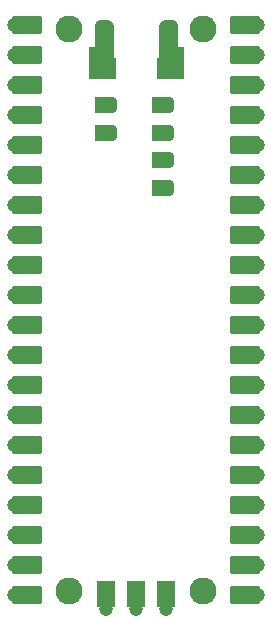
<source format=gbr>
%TF.GenerationSoftware,KiCad,Pcbnew,7.0.8*%
%TF.CreationDate,2024-02-29T17:44:05+05:30*%
%TF.ProjectId,RP2040_Breakout,52503230-3430-45f4-9272-65616b6f7574,rev?*%
%TF.SameCoordinates,Original*%
%TF.FileFunction,Soldermask,Bot*%
%TF.FilePolarity,Negative*%
%FSLAX46Y46*%
G04 Gerber Fmt 4.6, Leading zero omitted, Abs format (unit mm)*
G04 Created by KiCad (PCBNEW 7.0.8) date 2024-02-29 17:44:05*
%MOMM*%
%LPD*%
G01*
G04 APERTURE LIST*
G04 Aperture macros list*
%AMFreePoly0*
4,1,45,0.665063,0.965106,0.680902,0.965106,0.693715,0.955796,0.708779,0.950902,0.718088,0.938088,0.730902,0.928779,0.735796,0.913715,0.745106,0.900902,0.745106,0.885062,0.750000,0.870000,0.750000,-1.195000,0.745106,-1.210062,0.745106,-1.225902,0.735796,-1.238715,0.730902,-1.253779,0.718088,-1.263088,0.708779,-1.275902,0.693715,-1.280796,0.680902,-1.290106,0.665063,-1.290106,
0.650000,-1.295000,-0.660000,-1.295000,-0.675063,-1.290106,-0.690902,-1.290106,-0.703715,-1.280796,-0.718779,-1.275902,-0.728088,-1.263088,-0.740902,-1.253779,-0.745796,-1.238715,-0.755106,-1.225902,-0.755106,-1.210062,-0.760000,-1.195000,-0.760000,0.870000,-0.755106,0.885062,-0.755106,0.900902,-0.745796,0.913715,-0.740902,0.928779,-0.728088,0.938088,-0.718779,0.950902,-0.703715,0.955796,
-0.690902,0.965106,-0.675063,0.965106,-0.660000,0.970000,0.650000,0.970000,0.665063,0.965106,0.665063,0.965106,$1*%
%AMFreePoly1*
4,1,45,0.815063,0.770106,0.830902,0.770106,0.843715,0.760796,0.858779,0.755902,0.868088,0.743088,0.880902,0.733779,0.885796,0.718715,0.895106,0.705902,0.895106,0.690062,0.900000,0.675000,0.900000,-0.675000,0.895106,-0.690062,0.895106,-0.705902,0.885796,-0.718715,0.880902,-0.733779,0.868088,-0.743088,0.858779,-0.755902,0.843715,-0.760796,0.830902,-0.770106,0.815063,-0.770106,
0.800000,-0.775000,-1.470000,-0.775000,-1.485063,-0.770106,-1.500902,-0.770106,-1.513715,-0.760796,-1.528779,-0.755902,-1.538088,-0.743088,-1.550902,-0.733779,-1.555796,-0.718715,-1.565106,-0.705902,-1.565106,-0.690062,-1.570000,-0.675000,-1.570000,0.675000,-1.565106,0.690062,-1.565106,0.705902,-1.555796,0.718715,-1.550902,0.733779,-1.538088,0.743088,-1.528779,0.755902,-1.513715,0.760796,
-1.500902,0.770106,-1.485063,0.770106,-1.470000,0.775000,0.800000,0.775000,0.815063,0.770106,0.815063,0.770106,$1*%
%AMFreePoly2*
4,1,35,0.865063,0.670106,0.880902,0.670106,0.893715,0.660796,0.908779,0.655902,0.918088,0.643088,0.930902,0.633779,0.935796,0.618715,0.945106,0.605902,0.945106,0.590062,0.950000,0.575000,0.950000,-0.575000,0.945106,-0.590062,0.945106,-0.605902,0.935796,-0.618715,0.930902,-0.633779,0.918088,-0.643088,0.908779,-0.655902,0.893715,-0.660796,0.880902,-0.670106,0.865063,-0.670106,
0.850000,-0.675000,-0.562500,-0.675000,-0.649851,-0.663500,-0.756082,-0.613964,-0.838964,-0.531082,-0.888500,-0.424851,-0.900000,-0.337500,-0.900000,0.337500,-0.888500,0.424851,-0.838964,0.531082,-0.756082,0.613964,-0.649851,0.663500,-0.562500,0.675000,0.850000,0.675000,0.865063,0.670106,0.865063,0.670106,$1*%
G04 Aperture macros list end*
%ADD10C,0.010000*%
%ADD11C,0.200000*%
%ADD12C,2.286000*%
%ADD13FreePoly0,0.000000*%
%ADD14C,1.200000*%
%ADD15FreePoly1,0.000000*%
%ADD16FreePoly1,180.000000*%
%ADD17FreePoly2,180.000000*%
G04 APERTURE END LIST*
%TO.C,J1*%
D10*
X141130000Y-80930000D02*
X138930000Y-80930000D01*
X138930000Y-79210000D01*
X141130000Y-79210000D01*
X141130000Y-80930000D01*
G36*
X141130000Y-80930000D02*
G01*
X138930000Y-80930000D01*
X138930000Y-79210000D01*
X141130000Y-79210000D01*
X141130000Y-80930000D01*
G37*
X135330000Y-80930000D02*
X133130000Y-80930000D01*
X133130000Y-79210000D01*
X135330000Y-79210000D01*
X135330000Y-80930000D01*
G36*
X135330000Y-80930000D02*
G01*
X133130000Y-80930000D01*
X133130000Y-79210000D01*
X135330000Y-79210000D01*
X135330000Y-80930000D01*
G37*
X140131000Y-76011000D02*
X140157000Y-76013000D01*
X140183000Y-76016000D01*
X140209000Y-76021000D01*
X140234000Y-76027000D01*
X140260000Y-76034000D01*
X140284000Y-76043000D01*
X140308000Y-76053000D01*
X140332000Y-76064000D01*
X140355000Y-76077000D01*
X140377000Y-76091000D01*
X140399000Y-76105000D01*
X140420000Y-76121000D01*
X140440000Y-76138000D01*
X140459000Y-76156000D01*
X140477000Y-76175000D01*
X140494000Y-76195000D01*
X140510000Y-76216000D01*
X140524000Y-76238000D01*
X140538000Y-76260000D01*
X140551000Y-76283000D01*
X140562000Y-76307000D01*
X140572000Y-76331000D01*
X140581000Y-76355000D01*
X140588000Y-76381000D01*
X140594000Y-76406000D01*
X140599000Y-76432000D01*
X140602000Y-76458000D01*
X140604000Y-76484000D01*
X140605000Y-76510000D01*
X140605000Y-78260000D01*
X141130000Y-78260000D01*
X141130000Y-79160000D01*
X139105000Y-79160000D01*
X139105000Y-76510000D01*
X139106000Y-76484000D01*
X139108000Y-76458000D01*
X139111000Y-76432000D01*
X139116000Y-76406000D01*
X139122000Y-76381000D01*
X139129000Y-76355000D01*
X139138000Y-76331000D01*
X139148000Y-76307000D01*
X139159000Y-76283000D01*
X139172000Y-76260000D01*
X139186000Y-76238000D01*
X139200000Y-76216000D01*
X139216000Y-76195000D01*
X139233000Y-76175000D01*
X139251000Y-76156000D01*
X139270000Y-76138000D01*
X139290000Y-76121000D01*
X139311000Y-76105000D01*
X139333000Y-76091000D01*
X139355000Y-76077000D01*
X139378000Y-76064000D01*
X139402000Y-76053000D01*
X139426000Y-76043000D01*
X139450000Y-76034000D01*
X139476000Y-76027000D01*
X139501000Y-76021000D01*
X139527000Y-76016000D01*
X139553000Y-76013000D01*
X139579000Y-76011000D01*
X139605000Y-76010000D01*
X140105000Y-76010000D01*
X140131000Y-76011000D01*
G36*
X140131000Y-76011000D02*
G01*
X140157000Y-76013000D01*
X140183000Y-76016000D01*
X140209000Y-76021000D01*
X140234000Y-76027000D01*
X140260000Y-76034000D01*
X140284000Y-76043000D01*
X140308000Y-76053000D01*
X140332000Y-76064000D01*
X140355000Y-76077000D01*
X140377000Y-76091000D01*
X140399000Y-76105000D01*
X140420000Y-76121000D01*
X140440000Y-76138000D01*
X140459000Y-76156000D01*
X140477000Y-76175000D01*
X140494000Y-76195000D01*
X140510000Y-76216000D01*
X140524000Y-76238000D01*
X140538000Y-76260000D01*
X140551000Y-76283000D01*
X140562000Y-76307000D01*
X140572000Y-76331000D01*
X140581000Y-76355000D01*
X140588000Y-76381000D01*
X140594000Y-76406000D01*
X140599000Y-76432000D01*
X140602000Y-76458000D01*
X140604000Y-76484000D01*
X140605000Y-76510000D01*
X140605000Y-78260000D01*
X141130000Y-78260000D01*
X141130000Y-79160000D01*
X139105000Y-79160000D01*
X139105000Y-76510000D01*
X139106000Y-76484000D01*
X139108000Y-76458000D01*
X139111000Y-76432000D01*
X139116000Y-76406000D01*
X139122000Y-76381000D01*
X139129000Y-76355000D01*
X139138000Y-76331000D01*
X139148000Y-76307000D01*
X139159000Y-76283000D01*
X139172000Y-76260000D01*
X139186000Y-76238000D01*
X139200000Y-76216000D01*
X139216000Y-76195000D01*
X139233000Y-76175000D01*
X139251000Y-76156000D01*
X139270000Y-76138000D01*
X139290000Y-76121000D01*
X139311000Y-76105000D01*
X139333000Y-76091000D01*
X139355000Y-76077000D01*
X139378000Y-76064000D01*
X139402000Y-76053000D01*
X139426000Y-76043000D01*
X139450000Y-76034000D01*
X139476000Y-76027000D01*
X139501000Y-76021000D01*
X139527000Y-76016000D01*
X139553000Y-76013000D01*
X139579000Y-76011000D01*
X139605000Y-76010000D01*
X140105000Y-76010000D01*
X140131000Y-76011000D01*
G37*
X134681000Y-76011000D02*
X134707000Y-76013000D01*
X134733000Y-76016000D01*
X134759000Y-76021000D01*
X134784000Y-76027000D01*
X134810000Y-76034000D01*
X134834000Y-76043000D01*
X134858000Y-76053000D01*
X134882000Y-76064000D01*
X134905000Y-76077000D01*
X134927000Y-76091000D01*
X134949000Y-76105000D01*
X134970000Y-76121000D01*
X134990000Y-76138000D01*
X135009000Y-76156000D01*
X135027000Y-76175000D01*
X135044000Y-76195000D01*
X135060000Y-76216000D01*
X135074000Y-76238000D01*
X135088000Y-76260000D01*
X135101000Y-76283000D01*
X135112000Y-76307000D01*
X135122000Y-76331000D01*
X135131000Y-76355000D01*
X135138000Y-76381000D01*
X135144000Y-76406000D01*
X135149000Y-76432000D01*
X135152000Y-76458000D01*
X135154000Y-76484000D01*
X135155000Y-76510000D01*
X135155000Y-79160000D01*
X133130000Y-79160000D01*
X133130000Y-78260000D01*
X133655000Y-78260000D01*
X133655000Y-76510000D01*
X133656000Y-76484000D01*
X133658000Y-76458000D01*
X133661000Y-76432000D01*
X133666000Y-76406000D01*
X133672000Y-76381000D01*
X133679000Y-76355000D01*
X133688000Y-76331000D01*
X133698000Y-76307000D01*
X133709000Y-76283000D01*
X133722000Y-76260000D01*
X133736000Y-76238000D01*
X133750000Y-76216000D01*
X133766000Y-76195000D01*
X133783000Y-76175000D01*
X133801000Y-76156000D01*
X133820000Y-76138000D01*
X133840000Y-76121000D01*
X133861000Y-76105000D01*
X133883000Y-76091000D01*
X133905000Y-76077000D01*
X133928000Y-76064000D01*
X133952000Y-76053000D01*
X133976000Y-76043000D01*
X134000000Y-76034000D01*
X134026000Y-76027000D01*
X134051000Y-76021000D01*
X134077000Y-76016000D01*
X134103000Y-76013000D01*
X134129000Y-76011000D01*
X134155000Y-76010000D01*
X134655000Y-76010000D01*
X134681000Y-76011000D01*
G36*
X134681000Y-76011000D02*
G01*
X134707000Y-76013000D01*
X134733000Y-76016000D01*
X134759000Y-76021000D01*
X134784000Y-76027000D01*
X134810000Y-76034000D01*
X134834000Y-76043000D01*
X134858000Y-76053000D01*
X134882000Y-76064000D01*
X134905000Y-76077000D01*
X134927000Y-76091000D01*
X134949000Y-76105000D01*
X134970000Y-76121000D01*
X134990000Y-76138000D01*
X135009000Y-76156000D01*
X135027000Y-76175000D01*
X135044000Y-76195000D01*
X135060000Y-76216000D01*
X135074000Y-76238000D01*
X135088000Y-76260000D01*
X135101000Y-76283000D01*
X135112000Y-76307000D01*
X135122000Y-76331000D01*
X135131000Y-76355000D01*
X135138000Y-76381000D01*
X135144000Y-76406000D01*
X135149000Y-76432000D01*
X135152000Y-76458000D01*
X135154000Y-76484000D01*
X135155000Y-76510000D01*
X135155000Y-79160000D01*
X133130000Y-79160000D01*
X133130000Y-78260000D01*
X133655000Y-78260000D01*
X133655000Y-76510000D01*
X133656000Y-76484000D01*
X133658000Y-76458000D01*
X133661000Y-76432000D01*
X133666000Y-76406000D01*
X133672000Y-76381000D01*
X133679000Y-76355000D01*
X133688000Y-76331000D01*
X133698000Y-76307000D01*
X133709000Y-76283000D01*
X133722000Y-76260000D01*
X133736000Y-76238000D01*
X133750000Y-76216000D01*
X133766000Y-76195000D01*
X133783000Y-76175000D01*
X133801000Y-76156000D01*
X133820000Y-76138000D01*
X133840000Y-76121000D01*
X133861000Y-76105000D01*
X133883000Y-76091000D01*
X133905000Y-76077000D01*
X133928000Y-76064000D01*
X133952000Y-76053000D01*
X133976000Y-76043000D01*
X134000000Y-76034000D01*
X134026000Y-76027000D01*
X134051000Y-76021000D01*
X134077000Y-76016000D01*
X134103000Y-76013000D01*
X134129000Y-76011000D01*
X134155000Y-76010000D01*
X134655000Y-76010000D01*
X134681000Y-76011000D01*
G37*
D11*
%TO.C,J2*%
X126815000Y-78260000D02*
X129015000Y-78260000D01*
X129015000Y-78260000D02*
X129015000Y-79610000D01*
X129015000Y-79610000D02*
X126815000Y-79610000D01*
X126815000Y-79610000D02*
X126815000Y-78260000D01*
G36*
X126815000Y-78260000D02*
G01*
X129015000Y-78260000D01*
X129015000Y-79610000D01*
X126815000Y-79610000D01*
X126815000Y-78260000D01*
G37*
X126835000Y-75720000D02*
X129035000Y-75720000D01*
X129035000Y-75720000D02*
X129035000Y-77070000D01*
X129035000Y-77070000D02*
X126835000Y-77070000D01*
X126835000Y-77070000D02*
X126835000Y-75720000D01*
G36*
X126835000Y-75720000D02*
G01*
X129035000Y-75720000D01*
X129035000Y-77070000D01*
X126835000Y-77070000D01*
X126835000Y-75720000D01*
G37*
X126835000Y-80800000D02*
X129035000Y-80800000D01*
X129035000Y-80800000D02*
X129035000Y-82150000D01*
X129035000Y-82150000D02*
X126835000Y-82150000D01*
X126835000Y-82150000D02*
X126835000Y-80800000D01*
G36*
X126835000Y-80800000D02*
G01*
X129035000Y-80800000D01*
X129035000Y-82150000D01*
X126835000Y-82150000D01*
X126835000Y-80800000D01*
G37*
X126835000Y-83340000D02*
X129035000Y-83340000D01*
X129035000Y-83340000D02*
X129035000Y-84690000D01*
X129035000Y-84690000D02*
X126835000Y-84690000D01*
X126835000Y-84690000D02*
X126835000Y-83340000D01*
G36*
X126835000Y-83340000D02*
G01*
X129035000Y-83340000D01*
X129035000Y-84690000D01*
X126835000Y-84690000D01*
X126835000Y-83340000D01*
G37*
X126835000Y-85880000D02*
X129035000Y-85880000D01*
X129035000Y-85880000D02*
X129035000Y-87230000D01*
X129035000Y-87230000D02*
X126835000Y-87230000D01*
X126835000Y-87230000D02*
X126835000Y-85880000D01*
G36*
X126835000Y-85880000D02*
G01*
X129035000Y-85880000D01*
X129035000Y-87230000D01*
X126835000Y-87230000D01*
X126835000Y-85880000D01*
G37*
X126835000Y-88420000D02*
X129035000Y-88420000D01*
X129035000Y-88420000D02*
X129035000Y-89770000D01*
X129035000Y-89770000D02*
X126835000Y-89770000D01*
X126835000Y-89770000D02*
X126835000Y-88420000D01*
G36*
X126835000Y-88420000D02*
G01*
X129035000Y-88420000D01*
X129035000Y-89770000D01*
X126835000Y-89770000D01*
X126835000Y-88420000D01*
G37*
X126835000Y-90960000D02*
X129035000Y-90960000D01*
X129035000Y-90960000D02*
X129035000Y-92310000D01*
X129035000Y-92310000D02*
X126835000Y-92310000D01*
X126835000Y-92310000D02*
X126835000Y-90960000D01*
G36*
X126835000Y-90960000D02*
G01*
X129035000Y-90960000D01*
X129035000Y-92310000D01*
X126835000Y-92310000D01*
X126835000Y-90960000D01*
G37*
X126835000Y-93500000D02*
X129035000Y-93500000D01*
X129035000Y-93500000D02*
X129035000Y-94850000D01*
X129035000Y-94850000D02*
X126835000Y-94850000D01*
X126835000Y-94850000D02*
X126835000Y-93500000D01*
G36*
X126835000Y-93500000D02*
G01*
X129035000Y-93500000D01*
X129035000Y-94850000D01*
X126835000Y-94850000D01*
X126835000Y-93500000D01*
G37*
X126835000Y-96040000D02*
X129035000Y-96040000D01*
X129035000Y-96040000D02*
X129035000Y-97390000D01*
X129035000Y-97390000D02*
X126835000Y-97390000D01*
X126835000Y-97390000D02*
X126835000Y-96040000D01*
G36*
X126835000Y-96040000D02*
G01*
X129035000Y-96040000D01*
X129035000Y-97390000D01*
X126835000Y-97390000D01*
X126835000Y-96040000D01*
G37*
X126835000Y-98580000D02*
X129035000Y-98580000D01*
X129035000Y-98580000D02*
X129035000Y-99930000D01*
X129035000Y-99930000D02*
X126835000Y-99930000D01*
X126835000Y-99930000D02*
X126835000Y-98580000D01*
G36*
X126835000Y-98580000D02*
G01*
X129035000Y-98580000D01*
X129035000Y-99930000D01*
X126835000Y-99930000D01*
X126835000Y-98580000D01*
G37*
X126835000Y-101120000D02*
X129035000Y-101120000D01*
X129035000Y-101120000D02*
X129035000Y-102470000D01*
X129035000Y-102470000D02*
X126835000Y-102470000D01*
X126835000Y-102470000D02*
X126835000Y-101120000D01*
G36*
X126835000Y-101120000D02*
G01*
X129035000Y-101120000D01*
X129035000Y-102470000D01*
X126835000Y-102470000D01*
X126835000Y-101120000D01*
G37*
X126835000Y-103660000D02*
X129035000Y-103660000D01*
X129035000Y-103660000D02*
X129035000Y-105010000D01*
X129035000Y-105010000D02*
X126835000Y-105010000D01*
X126835000Y-105010000D02*
X126835000Y-103660000D01*
G36*
X126835000Y-103660000D02*
G01*
X129035000Y-103660000D01*
X129035000Y-105010000D01*
X126835000Y-105010000D01*
X126835000Y-103660000D01*
G37*
X126835000Y-106200000D02*
X129035000Y-106200000D01*
X129035000Y-106200000D02*
X129035000Y-107550000D01*
X129035000Y-107550000D02*
X126835000Y-107550000D01*
X126835000Y-107550000D02*
X126835000Y-106200000D01*
G36*
X126835000Y-106200000D02*
G01*
X129035000Y-106200000D01*
X129035000Y-107550000D01*
X126835000Y-107550000D01*
X126835000Y-106200000D01*
G37*
X126835000Y-108740000D02*
X129035000Y-108740000D01*
X129035000Y-108740000D02*
X129035000Y-110090000D01*
X129035000Y-110090000D02*
X126835000Y-110090000D01*
X126835000Y-110090000D02*
X126835000Y-108740000D01*
G36*
X126835000Y-108740000D02*
G01*
X129035000Y-108740000D01*
X129035000Y-110090000D01*
X126835000Y-110090000D01*
X126835000Y-108740000D01*
G37*
X126835000Y-111280000D02*
X129035000Y-111280000D01*
X129035000Y-111280000D02*
X129035000Y-112630000D01*
X129035000Y-112630000D02*
X126835000Y-112630000D01*
X126835000Y-112630000D02*
X126835000Y-111280000D01*
G36*
X126835000Y-111280000D02*
G01*
X129035000Y-111280000D01*
X129035000Y-112630000D01*
X126835000Y-112630000D01*
X126835000Y-111280000D01*
G37*
X126835000Y-113820000D02*
X129035000Y-113820000D01*
X129035000Y-113820000D02*
X129035000Y-115170000D01*
X129035000Y-115170000D02*
X126835000Y-115170000D01*
X126835000Y-115170000D02*
X126835000Y-113820000D01*
G36*
X126835000Y-113820000D02*
G01*
X129035000Y-113820000D01*
X129035000Y-115170000D01*
X126835000Y-115170000D01*
X126835000Y-113820000D01*
G37*
X126835000Y-116360000D02*
X129035000Y-116360000D01*
X129035000Y-116360000D02*
X129035000Y-117710000D01*
X129035000Y-117710000D02*
X126835000Y-117710000D01*
X126835000Y-117710000D02*
X126835000Y-116360000D01*
G36*
X126835000Y-116360000D02*
G01*
X129035000Y-116360000D01*
X129035000Y-117710000D01*
X126835000Y-117710000D01*
X126835000Y-116360000D01*
G37*
X126835000Y-118900000D02*
X129035000Y-118900000D01*
X129035000Y-118900000D02*
X129035000Y-120250000D01*
X129035000Y-120250000D02*
X126835000Y-120250000D01*
X126835000Y-120250000D02*
X126835000Y-118900000D01*
G36*
X126835000Y-118900000D02*
G01*
X129035000Y-118900000D01*
X129035000Y-120250000D01*
X126835000Y-120250000D01*
X126835000Y-118900000D01*
G37*
X126835000Y-121440000D02*
X129035000Y-121440000D01*
X129035000Y-121440000D02*
X129035000Y-122790000D01*
X129035000Y-122790000D02*
X126835000Y-122790000D01*
X126835000Y-122790000D02*
X126835000Y-121440000D01*
G36*
X126835000Y-121440000D02*
G01*
X129035000Y-121440000D01*
X129035000Y-122790000D01*
X126835000Y-122790000D01*
X126835000Y-121440000D01*
G37*
X126835000Y-123980000D02*
X129035000Y-123980000D01*
X129035000Y-123980000D02*
X129035000Y-125330000D01*
X129035000Y-125330000D02*
X126835000Y-125330000D01*
X126835000Y-125330000D02*
X126835000Y-123980000D01*
G36*
X126835000Y-123980000D02*
G01*
X129035000Y-123980000D01*
X129035000Y-125330000D01*
X126835000Y-125330000D01*
X126835000Y-123980000D01*
G37*
X147425000Y-77060000D02*
X145225000Y-77060000D01*
X145225000Y-77060000D02*
X145225000Y-75710000D01*
X145225000Y-75710000D02*
X147425000Y-75710000D01*
X147425000Y-75710000D02*
X147425000Y-77060000D01*
G36*
X147425000Y-77060000D02*
G01*
X145225000Y-77060000D01*
X145225000Y-75710000D01*
X147425000Y-75710000D01*
X147425000Y-77060000D01*
G37*
X147425000Y-79600000D02*
X145225000Y-79600000D01*
X145225000Y-79600000D02*
X145225000Y-78250000D01*
X145225000Y-78250000D02*
X147425000Y-78250000D01*
X147425000Y-78250000D02*
X147425000Y-79600000D01*
G36*
X147425000Y-79600000D02*
G01*
X145225000Y-79600000D01*
X145225000Y-78250000D01*
X147425000Y-78250000D01*
X147425000Y-79600000D01*
G37*
X147425000Y-82140000D02*
X145225000Y-82140000D01*
X145225000Y-82140000D02*
X145225000Y-80790000D01*
X145225000Y-80790000D02*
X147425000Y-80790000D01*
X147425000Y-80790000D02*
X147425000Y-82140000D01*
G36*
X147425000Y-82140000D02*
G01*
X145225000Y-82140000D01*
X145225000Y-80790000D01*
X147425000Y-80790000D01*
X147425000Y-82140000D01*
G37*
X147425000Y-84680000D02*
X145225000Y-84680000D01*
X145225000Y-84680000D02*
X145225000Y-83330000D01*
X145225000Y-83330000D02*
X147425000Y-83330000D01*
X147425000Y-83330000D02*
X147425000Y-84680000D01*
G36*
X147425000Y-84680000D02*
G01*
X145225000Y-84680000D01*
X145225000Y-83330000D01*
X147425000Y-83330000D01*
X147425000Y-84680000D01*
G37*
X147425000Y-87220000D02*
X145225000Y-87220000D01*
X145225000Y-87220000D02*
X145225000Y-85870000D01*
X145225000Y-85870000D02*
X147425000Y-85870000D01*
X147425000Y-85870000D02*
X147425000Y-87220000D01*
G36*
X147425000Y-87220000D02*
G01*
X145225000Y-87220000D01*
X145225000Y-85870000D01*
X147425000Y-85870000D01*
X147425000Y-87220000D01*
G37*
X147425000Y-89760000D02*
X145225000Y-89760000D01*
X145225000Y-89760000D02*
X145225000Y-88410000D01*
X145225000Y-88410000D02*
X147425000Y-88410000D01*
X147425000Y-88410000D02*
X147425000Y-89760000D01*
G36*
X147425000Y-89760000D02*
G01*
X145225000Y-89760000D01*
X145225000Y-88410000D01*
X147425000Y-88410000D01*
X147425000Y-89760000D01*
G37*
X147425000Y-92300000D02*
X145225000Y-92300000D01*
X145225000Y-92300000D02*
X145225000Y-90950000D01*
X145225000Y-90950000D02*
X147425000Y-90950000D01*
X147425000Y-90950000D02*
X147425000Y-92300000D01*
G36*
X147425000Y-92300000D02*
G01*
X145225000Y-92300000D01*
X145225000Y-90950000D01*
X147425000Y-90950000D01*
X147425000Y-92300000D01*
G37*
X147425000Y-94840000D02*
X145225000Y-94840000D01*
X145225000Y-94840000D02*
X145225000Y-93490000D01*
X145225000Y-93490000D02*
X147425000Y-93490000D01*
X147425000Y-93490000D02*
X147425000Y-94840000D01*
G36*
X147425000Y-94840000D02*
G01*
X145225000Y-94840000D01*
X145225000Y-93490000D01*
X147425000Y-93490000D01*
X147425000Y-94840000D01*
G37*
X147425000Y-97380000D02*
X145225000Y-97380000D01*
X145225000Y-97380000D02*
X145225000Y-96030000D01*
X145225000Y-96030000D02*
X147425000Y-96030000D01*
X147425000Y-96030000D02*
X147425000Y-97380000D01*
G36*
X147425000Y-97380000D02*
G01*
X145225000Y-97380000D01*
X145225000Y-96030000D01*
X147425000Y-96030000D01*
X147425000Y-97380000D01*
G37*
X147425000Y-99920000D02*
X145225000Y-99920000D01*
X145225000Y-99920000D02*
X145225000Y-98570000D01*
X145225000Y-98570000D02*
X147425000Y-98570000D01*
X147425000Y-98570000D02*
X147425000Y-99920000D01*
G36*
X147425000Y-99920000D02*
G01*
X145225000Y-99920000D01*
X145225000Y-98570000D01*
X147425000Y-98570000D01*
X147425000Y-99920000D01*
G37*
X147425000Y-102460000D02*
X145225000Y-102460000D01*
X145225000Y-102460000D02*
X145225000Y-101110000D01*
X145225000Y-101110000D02*
X147425000Y-101110000D01*
X147425000Y-101110000D02*
X147425000Y-102460000D01*
G36*
X147425000Y-102460000D02*
G01*
X145225000Y-102460000D01*
X145225000Y-101110000D01*
X147425000Y-101110000D01*
X147425000Y-102460000D01*
G37*
X147425000Y-105000000D02*
X145225000Y-105000000D01*
X145225000Y-105000000D02*
X145225000Y-103650000D01*
X145225000Y-103650000D02*
X147425000Y-103650000D01*
X147425000Y-103650000D02*
X147425000Y-105000000D01*
G36*
X147425000Y-105000000D02*
G01*
X145225000Y-105000000D01*
X145225000Y-103650000D01*
X147425000Y-103650000D01*
X147425000Y-105000000D01*
G37*
X147425000Y-107540000D02*
X145225000Y-107540000D01*
X145225000Y-107540000D02*
X145225000Y-106190000D01*
X145225000Y-106190000D02*
X147425000Y-106190000D01*
X147425000Y-106190000D02*
X147425000Y-107540000D01*
G36*
X147425000Y-107540000D02*
G01*
X145225000Y-107540000D01*
X145225000Y-106190000D01*
X147425000Y-106190000D01*
X147425000Y-107540000D01*
G37*
X147425000Y-110080000D02*
X145225000Y-110080000D01*
X145225000Y-110080000D02*
X145225000Y-108730000D01*
X145225000Y-108730000D02*
X147425000Y-108730000D01*
X147425000Y-108730000D02*
X147425000Y-110080000D01*
G36*
X147425000Y-110080000D02*
G01*
X145225000Y-110080000D01*
X145225000Y-108730000D01*
X147425000Y-108730000D01*
X147425000Y-110080000D01*
G37*
X147425000Y-112620000D02*
X145225000Y-112620000D01*
X145225000Y-112620000D02*
X145225000Y-111270000D01*
X145225000Y-111270000D02*
X147425000Y-111270000D01*
X147425000Y-111270000D02*
X147425000Y-112620000D01*
G36*
X147425000Y-112620000D02*
G01*
X145225000Y-112620000D01*
X145225000Y-111270000D01*
X147425000Y-111270000D01*
X147425000Y-112620000D01*
G37*
X147425000Y-115160000D02*
X145225000Y-115160000D01*
X145225000Y-115160000D02*
X145225000Y-113810000D01*
X145225000Y-113810000D02*
X147425000Y-113810000D01*
X147425000Y-113810000D02*
X147425000Y-115160000D01*
G36*
X147425000Y-115160000D02*
G01*
X145225000Y-115160000D01*
X145225000Y-113810000D01*
X147425000Y-113810000D01*
X147425000Y-115160000D01*
G37*
X147425000Y-117700000D02*
X145225000Y-117700000D01*
X145225000Y-117700000D02*
X145225000Y-116350000D01*
X145225000Y-116350000D02*
X147425000Y-116350000D01*
X147425000Y-116350000D02*
X147425000Y-117700000D01*
G36*
X147425000Y-117700000D02*
G01*
X145225000Y-117700000D01*
X145225000Y-116350000D01*
X147425000Y-116350000D01*
X147425000Y-117700000D01*
G37*
X147425000Y-120240000D02*
X145225000Y-120240000D01*
X145225000Y-120240000D02*
X145225000Y-118890000D01*
X145225000Y-118890000D02*
X147425000Y-118890000D01*
X147425000Y-118890000D02*
X147425000Y-120240000D01*
G36*
X147425000Y-120240000D02*
G01*
X145225000Y-120240000D01*
X145225000Y-118890000D01*
X147425000Y-118890000D01*
X147425000Y-120240000D01*
G37*
X147425000Y-122780000D02*
X145225000Y-122780000D01*
X145225000Y-122780000D02*
X145225000Y-121430000D01*
X145225000Y-121430000D02*
X147425000Y-121430000D01*
X147425000Y-121430000D02*
X147425000Y-122780000D01*
G36*
X147425000Y-122780000D02*
G01*
X145225000Y-122780000D01*
X145225000Y-121430000D01*
X147425000Y-121430000D01*
X147425000Y-122780000D01*
G37*
X147425000Y-125320000D02*
X145225000Y-125320000D01*
X145225000Y-125320000D02*
X145225000Y-123970000D01*
X145225000Y-123970000D02*
X147425000Y-123970000D01*
X147425000Y-123970000D02*
X147425000Y-125320000D01*
G36*
X147425000Y-125320000D02*
G01*
X145225000Y-125320000D01*
X145225000Y-123970000D01*
X147425000Y-123970000D01*
X147425000Y-125320000D01*
G37*
%TD*%
D12*
%TO.C,H1*%
X131430000Y-76720000D03*
%TD*%
%TO.C,H4*%
X142830000Y-124320000D03*
%TD*%
%TO.C,H3*%
X131430000Y-124320000D03*
%TD*%
D13*
%TO.C,J3*%
X134590000Y-124410000D03*
D14*
X134590000Y-125850000D03*
D13*
X137130000Y-124410000D03*
D14*
X137130000Y-125850000D03*
D13*
X139670000Y-124410000D03*
D14*
X139670000Y-125850000D03*
%TD*%
D12*
%TO.C,H2*%
X142830000Y-76720000D03*
%TD*%
D14*
%TO.C,J2*%
X126790000Y-76390000D03*
D15*
X128240000Y-76390000D03*
D14*
X126770000Y-78930000D03*
D15*
X128220000Y-78930000D03*
D14*
X126790000Y-81470000D03*
D15*
X128240000Y-81470000D03*
D14*
X126790000Y-84010000D03*
D15*
X128240000Y-84010000D03*
D14*
X126790000Y-86550000D03*
D15*
X128240000Y-86550000D03*
D14*
X126790000Y-89090000D03*
D15*
X128240000Y-89090000D03*
D14*
X126790000Y-91630000D03*
D15*
X128240000Y-91630000D03*
D14*
X126790000Y-94170000D03*
D15*
X128240000Y-94170000D03*
D14*
X126790000Y-96710000D03*
D15*
X128240000Y-96710000D03*
D14*
X126790000Y-99250000D03*
D15*
X128240000Y-99250000D03*
D14*
X126790000Y-101790000D03*
D15*
X128240000Y-101790000D03*
D14*
X126790000Y-104330000D03*
D15*
X128240000Y-104330000D03*
D14*
X126790000Y-106870000D03*
D15*
X128240000Y-106870000D03*
D14*
X126790000Y-109410000D03*
D15*
X128240000Y-109410000D03*
D14*
X126790000Y-111950000D03*
D15*
X128240000Y-111950000D03*
D14*
X126790000Y-114490000D03*
D15*
X128240000Y-114490000D03*
D14*
X126790000Y-117030000D03*
D15*
X128240000Y-117030000D03*
D14*
X126790000Y-119570000D03*
D15*
X128240000Y-119570000D03*
D14*
X126790000Y-122110000D03*
D15*
X128240000Y-122110000D03*
D14*
X126790000Y-124650000D03*
D15*
X128240000Y-124650000D03*
D16*
X146020000Y-124650000D03*
D14*
X147470000Y-124650000D03*
D16*
X146020000Y-122110000D03*
D14*
X147470000Y-122110000D03*
D16*
X146020000Y-119570000D03*
D14*
X147470000Y-119570000D03*
D16*
X146020000Y-117030000D03*
D14*
X147470000Y-117030000D03*
D16*
X146020000Y-114490000D03*
D14*
X147470000Y-114490000D03*
D16*
X146020000Y-111950000D03*
D14*
X147470000Y-111950000D03*
D16*
X146020000Y-109410000D03*
D14*
X147470000Y-109410000D03*
D16*
X146020000Y-106870000D03*
D14*
X147470000Y-106870000D03*
D16*
X146020000Y-104330000D03*
D14*
X147470000Y-104330000D03*
D16*
X146020000Y-101790000D03*
D14*
X147470000Y-101790000D03*
D16*
X146020000Y-99250000D03*
D14*
X147470000Y-99250000D03*
D16*
X146020000Y-96710000D03*
D14*
X147470000Y-96710000D03*
D16*
X146020000Y-94170000D03*
D14*
X147470000Y-94170000D03*
D16*
X146020000Y-91630000D03*
D14*
X147470000Y-91630000D03*
D16*
X146020000Y-89090000D03*
D14*
X147470000Y-89090000D03*
D16*
X146020000Y-86550000D03*
D14*
X147470000Y-86550000D03*
D16*
X146020000Y-84010000D03*
D14*
X147470000Y-84010000D03*
D16*
X146020000Y-81470000D03*
D14*
X147470000Y-81470000D03*
D16*
X146020000Y-78930000D03*
D14*
X147470000Y-78930000D03*
D16*
X146020000Y-76390000D03*
D14*
X147470000Y-76390000D03*
%TD*%
D17*
%TO.C,TP2*%
X139440000Y-85530000D03*
%TD*%
%TO.C,TP4*%
X139440000Y-90230000D03*
%TD*%
%TO.C,TP1*%
X139440000Y-83180000D03*
%TD*%
%TO.C,TP3*%
X139440000Y-87880000D03*
%TD*%
%TO.C,TP6*%
X134590000Y-85530000D03*
%TD*%
%TO.C,TP5*%
X134590000Y-83180000D03*
%TD*%
M02*

</source>
